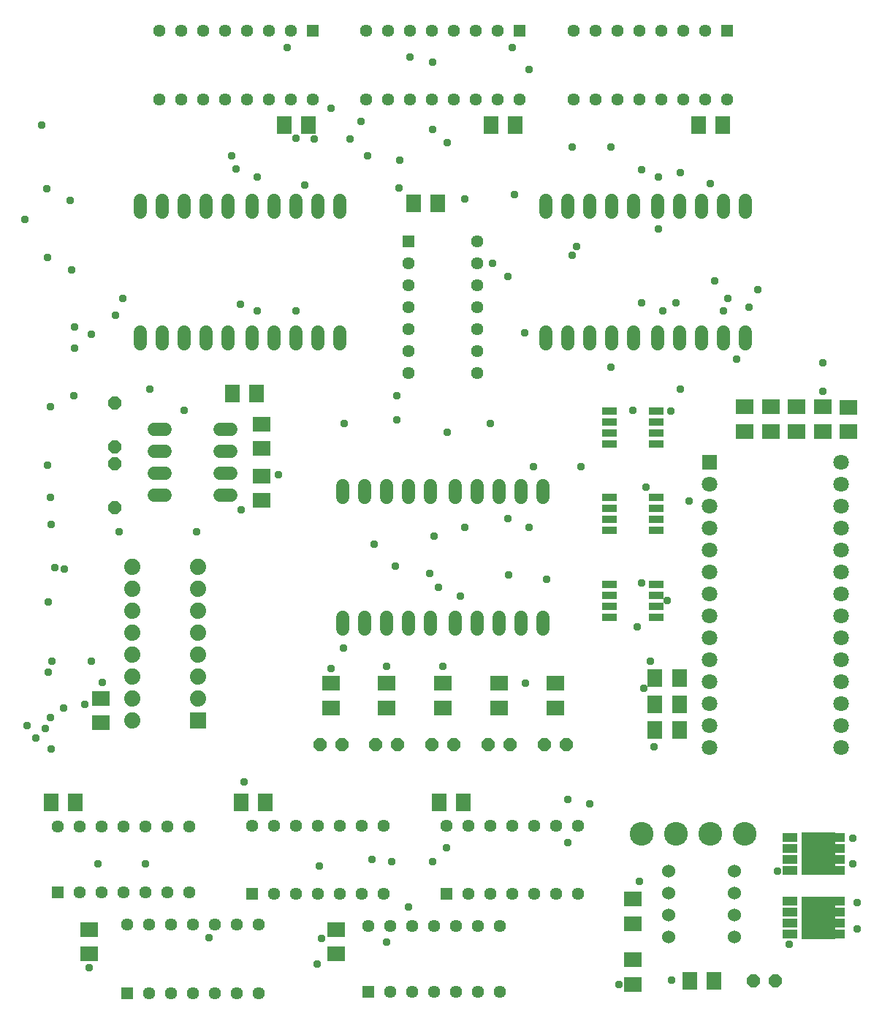
<source format=gbr>
G04 EAGLE Gerber RS-274X export*
G75*
%MOMM*%
%FSLAX34Y34*%
%LPD*%
%INSoldermask Top*%
%IPPOS*%
%AMOC8*
5,1,8,0,0,1.08239X$1,22.5*%
G01*
%ADD10R,1.441200X1.441200*%
%ADD11C,1.441200*%
%ADD12R,2.003200X1.803200*%
%ADD13R,1.803200X2.003200*%
%ADD14P,1.649562X8X292.500000*%
%ADD15P,1.649562X8X112.500000*%
%ADD16C,1.524000*%
%ADD17P,1.649562X8X22.500000*%
%ADD18R,2.006200X1.803200*%
%ADD19R,1.803200X2.006200*%
%ADD20R,1.653200X1.053200*%
%ADD21R,1.253200X1.053200*%
%ADD22R,3.953200X4.903200*%
%ADD23C,2.743200*%
%ADD24R,1.728200X0.903200*%
%ADD25C,1.524000*%
%ADD26C,1.803400*%
%ADD27R,1.803400X1.803400*%
%ADD28R,1.879600X1.879600*%
%ADD29C,1.879600*%
%ADD30C,0.959600*%


D10*
X278800Y160300D03*
D11*
X304200Y160300D03*
X329600Y160300D03*
X355000Y160300D03*
X380400Y160300D03*
X405800Y160300D03*
X431200Y160300D03*
X431200Y239700D03*
X405800Y239700D03*
X380400Y239700D03*
X355000Y239700D03*
X329600Y239700D03*
X304200Y239700D03*
X278800Y239700D03*
D10*
X133800Y45300D03*
D11*
X159200Y45300D03*
X184600Y45300D03*
X210000Y45300D03*
X235400Y45300D03*
X260800Y45300D03*
X286200Y45300D03*
X286200Y124700D03*
X260800Y124700D03*
X235400Y124700D03*
X210000Y124700D03*
X184600Y124700D03*
X159200Y124700D03*
X133800Y124700D03*
D12*
X720000Y84000D03*
X720000Y56000D03*
D13*
X344000Y1050000D03*
X316000Y1050000D03*
X584000Y1050000D03*
X556000Y1050000D03*
X824000Y1050000D03*
X796000Y1050000D03*
X46000Y266000D03*
X74000Y266000D03*
X266000Y266000D03*
X294000Y266000D03*
X496000Y266000D03*
X524000Y266000D03*
D12*
X90000Y119000D03*
X90000Y91000D03*
X376000Y119000D03*
X376000Y91000D03*
X970000Y696000D03*
X970000Y724000D03*
X104000Y358600D03*
X104000Y386600D03*
D14*
X120000Y728400D03*
X120000Y677600D03*
D15*
X120000Y607800D03*
X120000Y658600D03*
D13*
X256000Y740000D03*
X284000Y740000D03*
X466000Y960000D03*
X494000Y960000D03*
D16*
X279200Y810404D02*
X279200Y797196D01*
X304600Y797196D02*
X304600Y810404D01*
X330000Y810404D02*
X330000Y797196D01*
X355400Y797196D02*
X355400Y810404D01*
X380800Y810404D02*
X380800Y797196D01*
X380800Y949596D02*
X380800Y962804D01*
X355400Y962804D02*
X355400Y949596D01*
X330000Y949596D02*
X330000Y962804D01*
X304600Y962804D02*
X304600Y949596D01*
X279200Y949596D02*
X279200Y962804D01*
X149200Y810404D02*
X149200Y797196D01*
X174600Y797196D02*
X174600Y810404D01*
X200000Y810404D02*
X200000Y797196D01*
X225400Y797196D02*
X225400Y810404D01*
X250800Y810404D02*
X250800Y797196D01*
X250800Y949596D02*
X250800Y962804D01*
X225400Y962804D02*
X225400Y949596D01*
X200000Y949596D02*
X200000Y962804D01*
X174600Y962804D02*
X174600Y949596D01*
X149200Y949596D02*
X149200Y962804D01*
X749200Y810404D02*
X749200Y797196D01*
X774600Y797196D02*
X774600Y810404D01*
X800000Y810404D02*
X800000Y797196D01*
X825400Y797196D02*
X825400Y810404D01*
X850800Y810404D02*
X850800Y797196D01*
X850800Y949596D02*
X850800Y962804D01*
X825400Y962804D02*
X825400Y949596D01*
X800000Y949596D02*
X800000Y962804D01*
X774600Y962804D02*
X774600Y949596D01*
X749200Y949596D02*
X749200Y962804D01*
X619200Y810404D02*
X619200Y797196D01*
X644600Y797196D02*
X644600Y810404D01*
X670000Y810404D02*
X670000Y797196D01*
X695400Y797196D02*
X695400Y810404D01*
X720800Y810404D02*
X720800Y797196D01*
X720800Y949596D02*
X720800Y962804D01*
X695400Y962804D02*
X695400Y949596D01*
X670000Y949596D02*
X670000Y962804D01*
X644600Y962804D02*
X644600Y949596D01*
X619200Y949596D02*
X619200Y962804D01*
X514200Y480404D02*
X514200Y467196D01*
X539600Y467196D02*
X539600Y480404D01*
X565000Y480404D02*
X565000Y467196D01*
X590400Y467196D02*
X590400Y480404D01*
X615800Y480404D02*
X615800Y467196D01*
X615800Y619596D02*
X615800Y632804D01*
X590400Y632804D02*
X590400Y619596D01*
X565000Y619596D02*
X565000Y632804D01*
X539600Y632804D02*
X539600Y619596D01*
X514200Y619596D02*
X514200Y632804D01*
X384200Y480404D02*
X384200Y467196D01*
X409600Y467196D02*
X409600Y480404D01*
X435000Y480404D02*
X435000Y467196D01*
X460400Y467196D02*
X460400Y480404D01*
X485800Y480404D02*
X485800Y467196D01*
X485800Y619596D02*
X485800Y632804D01*
X460400Y632804D02*
X460400Y619596D01*
X435000Y619596D02*
X435000Y632804D01*
X409600Y632804D02*
X409600Y619596D01*
X384200Y619596D02*
X384200Y632804D01*
D17*
X617300Y333000D03*
X642700Y333000D03*
X552300Y333000D03*
X577700Y333000D03*
X487300Y333000D03*
X512700Y333000D03*
X422300Y333000D03*
X447700Y333000D03*
X357300Y333000D03*
X382700Y333000D03*
X859400Y60000D03*
X884800Y60000D03*
D10*
X503800Y160300D03*
D11*
X529200Y160300D03*
X554600Y160300D03*
X580000Y160300D03*
X605400Y160300D03*
X630800Y160300D03*
X656200Y160300D03*
X656200Y239700D03*
X630800Y239700D03*
X605400Y239700D03*
X580000Y239700D03*
X554600Y239700D03*
X529200Y239700D03*
X503800Y239700D03*
D18*
X630000Y404220D03*
X630000Y375780D03*
X565000Y404220D03*
X565000Y375780D03*
X500000Y404220D03*
X500000Y375780D03*
X435000Y404220D03*
X435000Y375780D03*
X370000Y404220D03*
X370000Y375780D03*
D19*
X785780Y60000D03*
X814220Y60000D03*
D18*
X720000Y126080D03*
X720000Y154520D03*
D19*
X774220Y410000D03*
X745780Y410000D03*
X774220Y380000D03*
X745780Y380000D03*
X774220Y350000D03*
X745780Y350000D03*
D18*
X850000Y724220D03*
X850000Y695780D03*
X880000Y724220D03*
X880000Y695780D03*
X910000Y724220D03*
X910000Y695780D03*
X940000Y724220D03*
X940000Y695780D03*
X290000Y704220D03*
X290000Y675780D03*
X290000Y644220D03*
X290000Y615780D03*
D20*
X902500Y225850D03*
X902500Y213150D03*
X902500Y200450D03*
X902500Y187750D03*
D21*
X959500Y187750D03*
X959500Y200450D03*
X959500Y213150D03*
X959500Y225850D03*
D22*
X935500Y206800D03*
D20*
X902500Y152050D03*
X902500Y139350D03*
X902500Y126650D03*
X902500Y113950D03*
D21*
X959500Y113950D03*
X959500Y126650D03*
X959500Y139350D03*
X959500Y152050D03*
D22*
X935500Y133000D03*
D23*
X810000Y230000D03*
X850000Y230000D03*
X730000Y230000D03*
X770000Y230000D03*
D24*
X747120Y480950D03*
X747120Y493650D03*
X747120Y506350D03*
X747120Y519050D03*
X692880Y519050D03*
X692880Y506350D03*
X692880Y493650D03*
X692880Y480950D03*
X747120Y580950D03*
X747120Y593650D03*
X747120Y606350D03*
X747120Y619050D03*
X692880Y619050D03*
X692880Y606350D03*
X692880Y593650D03*
X692880Y580950D03*
X747120Y680950D03*
X747120Y693650D03*
X747120Y706350D03*
X747120Y719050D03*
X692880Y719050D03*
X692880Y706350D03*
X692880Y693650D03*
X692880Y680950D03*
D25*
X838100Y110900D03*
X838100Y136300D03*
X761900Y136300D03*
X761900Y110900D03*
X838100Y161700D03*
X838100Y187100D03*
X761900Y161700D03*
X761900Y187100D03*
D10*
X348900Y1159700D03*
D11*
X323500Y1159700D03*
X298100Y1159700D03*
X272700Y1159700D03*
X247300Y1159700D03*
X221900Y1159700D03*
X196500Y1159700D03*
X171100Y1159700D03*
X171100Y1080300D03*
X196500Y1080300D03*
X221900Y1080300D03*
X247300Y1080300D03*
X272700Y1080300D03*
X298100Y1080300D03*
X323500Y1080300D03*
X348900Y1080300D03*
D10*
X588900Y1159700D03*
D11*
X563500Y1159700D03*
X538100Y1159700D03*
X512700Y1159700D03*
X487300Y1159700D03*
X461900Y1159700D03*
X436500Y1159700D03*
X411100Y1159700D03*
X411100Y1080300D03*
X436500Y1080300D03*
X461900Y1080300D03*
X487300Y1080300D03*
X512700Y1080300D03*
X538100Y1080300D03*
X563500Y1080300D03*
X588900Y1080300D03*
D10*
X828900Y1159700D03*
D11*
X803500Y1159700D03*
X778100Y1159700D03*
X752700Y1159700D03*
X727300Y1159700D03*
X701900Y1159700D03*
X676500Y1159700D03*
X651100Y1159700D03*
X651100Y1080300D03*
X676500Y1080300D03*
X701900Y1080300D03*
X727300Y1080300D03*
X752700Y1080300D03*
X778100Y1080300D03*
X803500Y1080300D03*
X828900Y1080300D03*
D26*
X961300Y431900D03*
X961300Y406500D03*
X961300Y381100D03*
X961300Y457300D03*
X961300Y482700D03*
X961300Y355700D03*
X961300Y508100D03*
X961300Y330300D03*
X961300Y533500D03*
X961300Y558900D03*
X961300Y584300D03*
X961300Y609700D03*
X961300Y635100D03*
X961300Y660500D03*
X808900Y431900D03*
D27*
X808900Y660500D03*
D26*
X808900Y635100D03*
X808900Y609700D03*
X808900Y584300D03*
X808900Y558900D03*
X808900Y533500D03*
X808900Y508100D03*
X808900Y482700D03*
X808900Y457300D03*
X808900Y406500D03*
X808900Y381100D03*
X808900Y355700D03*
X808900Y330300D03*
D28*
X215900Y361400D03*
D29*
X215900Y386800D03*
X215900Y412200D03*
X215900Y437600D03*
X215900Y463000D03*
X215900Y488400D03*
X215900Y513800D03*
X215900Y539200D03*
X139700Y539200D03*
X139700Y513800D03*
X139700Y488400D03*
X139700Y463000D03*
X139700Y437600D03*
X139700Y412200D03*
X139700Y386800D03*
X139700Y361400D03*
D16*
X165296Y698100D02*
X178504Y698100D01*
X178504Y672700D02*
X165296Y672700D01*
X241496Y672700D02*
X254704Y672700D01*
X254704Y698100D02*
X241496Y698100D01*
X178504Y647300D02*
X165296Y647300D01*
X165296Y621900D02*
X178504Y621900D01*
X241496Y647300D02*
X254704Y647300D01*
X254704Y621900D02*
X241496Y621900D01*
D10*
X460300Y916200D03*
D11*
X460300Y890800D03*
X460300Y865400D03*
X460300Y840000D03*
X460300Y814600D03*
X460300Y789200D03*
X460300Y763800D03*
X539700Y763800D03*
X539700Y789200D03*
X539700Y814600D03*
X539700Y840000D03*
X539700Y865400D03*
X539700Y890800D03*
X539700Y916200D03*
D10*
X53800Y161900D03*
D11*
X79200Y161900D03*
X104600Y161900D03*
X130000Y161900D03*
X155400Y161900D03*
X180800Y161900D03*
X206200Y161900D03*
X206200Y238100D03*
X180800Y238100D03*
X155400Y238100D03*
X130000Y238100D03*
X104600Y238100D03*
X79200Y238100D03*
X53800Y238100D03*
D10*
X413800Y46900D03*
D11*
X439200Y46900D03*
X464600Y46900D03*
X490000Y46900D03*
X515400Y46900D03*
X540800Y46900D03*
X566200Y46900D03*
X566200Y123100D03*
X540800Y123100D03*
X515400Y123100D03*
X490000Y123100D03*
X464600Y123100D03*
X439200Y123100D03*
X413800Y123100D03*
D30*
X980000Y120000D03*
X980000Y150000D03*
X370000Y421220D03*
X435000Y424220D03*
X500000Y424220D03*
X596000Y404220D03*
X449000Y978000D03*
X413000Y1015000D03*
X392000Y1034000D03*
X351000Y1034000D03*
X488000Y198154D03*
X504000Y214000D03*
X47000Y430000D03*
X50000Y538000D03*
X720000Y720000D03*
X46000Y328000D03*
X28000Y341000D03*
X42000Y897000D03*
X41000Y977000D03*
X73000Y817000D03*
X72000Y737000D03*
X42000Y657000D03*
X46000Y588000D03*
X43000Y498000D03*
X43000Y417000D03*
X105000Y405000D03*
X354000Y79000D03*
X386048Y704952D03*
X447000Y709000D03*
X447000Y737000D03*
X888000Y187000D03*
X488000Y1123000D03*
X462000Y1129000D03*
X488000Y1045000D03*
X505000Y1030000D03*
X155000Y195000D03*
X100000Y195000D03*
X90000Y75000D03*
X704000Y56000D03*
X576000Y530000D03*
X485000Y531000D03*
X229000Y110000D03*
X357000Y193000D03*
X418000Y200000D03*
X441000Y198000D03*
X160000Y745000D03*
X660000Y655000D03*
X266000Y605000D03*
X575000Y875000D03*
X18000Y355000D03*
X68000Y963000D03*
X39000Y352000D03*
X70000Y883000D03*
X270000Y290000D03*
X725000Y470000D03*
X330000Y1035000D03*
X582846Y970000D03*
X595000Y810000D03*
X730000Y520000D03*
X45000Y365000D03*
X35000Y1050000D03*
X45000Y619600D03*
X600000Y1115000D03*
X60548Y375548D03*
X16000Y941000D03*
X61548Y536896D03*
X405000Y1055000D03*
X450000Y1010000D03*
X525000Y965000D03*
X557154Y890000D03*
X760000Y500000D03*
X85000Y380000D03*
X121000Y830000D03*
X73000Y792000D03*
X309452Y645548D03*
X215000Y580000D03*
X125000Y580000D03*
X645000Y220000D03*
X645000Y270000D03*
X735000Y631170D03*
X695000Y1025000D03*
X650000Y1025000D03*
X92846Y808000D03*
X92846Y430000D03*
X670000Y265000D03*
X775000Y995000D03*
X785000Y615000D03*
X370000Y1070000D03*
X255000Y1015000D03*
X129000Y850000D03*
X45000Y724200D03*
X764000Y719000D03*
X580000Y1140000D03*
X320000Y1140000D03*
X340000Y981318D03*
X810000Y982846D03*
X575000Y595000D03*
X655000Y910000D03*
X740000Y430000D03*
X650000Y900000D03*
X620000Y525000D03*
X732846Y398415D03*
X420000Y565000D03*
X445000Y540000D03*
X744780Y331000D03*
X695000Y770000D03*
X605000Y655000D03*
X600000Y585000D03*
X285000Y835000D03*
X755000Y835000D03*
X520000Y505000D03*
X555000Y705000D03*
X775000Y745000D03*
X265000Y842846D03*
X730000Y845000D03*
X495000Y515000D03*
X505000Y695000D03*
X770000Y845000D03*
X825000Y835000D03*
X840548Y779452D03*
X285000Y990000D03*
X750000Y990692D03*
X525000Y585000D03*
X830000Y850000D03*
X855000Y840000D03*
X260000Y1000000D03*
X730000Y998538D03*
X490000Y575000D03*
X750000Y930000D03*
X815000Y870000D03*
X865000Y860000D03*
X940000Y775000D03*
X940000Y742000D03*
X200000Y720000D03*
X330000Y835000D03*
X385000Y445000D03*
X435000Y105000D03*
X359000Y109000D03*
X460000Y145000D03*
X901500Y101950D03*
X728000Y175000D03*
X765000Y61000D03*
X975000Y225000D03*
X975000Y195000D03*
M02*

</source>
